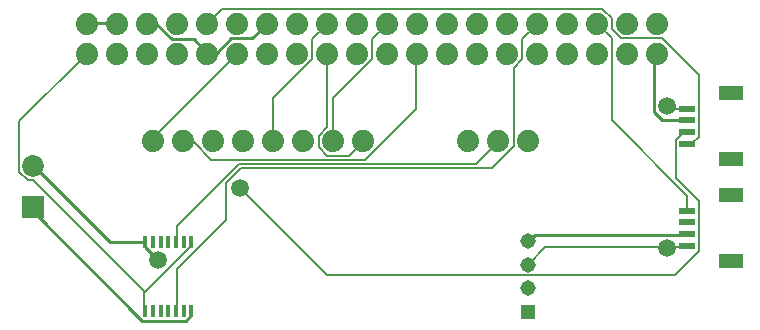
<source format=gbr>
G04 EAGLE Gerber RS-274X export*
G75*
%MOMM*%
%FSLAX34Y34*%
%LPD*%
%INTop Copper*%
%IPPOS*%
%AMOC8*
5,1,8,0,0,1.08239X$1,22.5*%
G01*
%ADD10C,1.879600*%
%ADD11R,2.000000X1.200000*%
%ADD12R,1.350000X0.600000*%
%ADD13R,1.308000X1.308000*%
%ADD14C,1.308000*%
%ADD15R,1.850000X1.850000*%
%ADD16C,1.850000*%
%ADD17R,0.304800X0.990600*%
%ADD18C,0.203200*%
%ADD19C,1.500000*%
%ADD20C,0.254000*%


D10*
X591566Y594868D03*
X616966Y594868D03*
X642366Y594868D03*
X667766Y594868D03*
X693166Y594868D03*
X718566Y594868D03*
X743966Y594868D03*
X769366Y594868D03*
X794766Y594868D03*
X820166Y594868D03*
X845566Y594868D03*
X870966Y594868D03*
X896366Y594868D03*
X896366Y620268D03*
X870966Y620268D03*
X845566Y620268D03*
X820166Y620268D03*
X794766Y620268D03*
X769366Y620268D03*
X743966Y620268D03*
X718566Y620268D03*
X693166Y620268D03*
X667766Y620268D03*
X642366Y620268D03*
X616966Y620268D03*
X591566Y620268D03*
X921766Y594868D03*
X921766Y620268D03*
X947166Y594868D03*
X947166Y620268D03*
X972566Y594868D03*
X972566Y620268D03*
X997966Y594868D03*
X997966Y620268D03*
X1023366Y594868D03*
X1023366Y620268D03*
X1048766Y594868D03*
X1048766Y620268D03*
X1074166Y594868D03*
X1074166Y620268D03*
D11*
X1136570Y505400D03*
X1136570Y561400D03*
D12*
X1099820Y518400D03*
X1099820Y528400D03*
X1099820Y538400D03*
X1099820Y548400D03*
D11*
X1136570Y419040D03*
X1136570Y475040D03*
D12*
X1099820Y432040D03*
X1099820Y442040D03*
X1099820Y452040D03*
X1099820Y462040D03*
D13*
X965200Y376400D03*
D14*
X965200Y396400D03*
X965200Y416400D03*
X965200Y436400D03*
D15*
X546100Y465100D03*
D16*
X546100Y500100D03*
D17*
X640900Y377222D03*
X647400Y377222D03*
X653900Y377222D03*
X660400Y377222D03*
X666900Y377222D03*
X673400Y377222D03*
X679900Y377222D03*
X679900Y435578D03*
X673400Y435578D03*
X666900Y435578D03*
X660400Y435578D03*
X653900Y435578D03*
X647400Y435578D03*
X640900Y435578D03*
D10*
X647700Y520700D03*
X673100Y520700D03*
X698500Y520700D03*
X723900Y520700D03*
X749300Y520700D03*
X774700Y520700D03*
X800100Y520700D03*
X825500Y520700D03*
X914400Y520700D03*
X939800Y520700D03*
X965200Y520700D03*
D18*
X979678Y431165D02*
X1082802Y431165D01*
X1099693Y431165D01*
X979678Y431165D02*
X965454Y416941D01*
X1099693Y431165D02*
X1099820Y432040D01*
X965454Y416941D02*
X965200Y416400D01*
X1084580Y548513D02*
X1099693Y548513D01*
X1084580Y548513D02*
X1082802Y550291D01*
X1099693Y548513D02*
X1099820Y548400D01*
X1082802Y431165D02*
X1082802Y430276D01*
X794766Y532511D02*
X794766Y594868D01*
X794766Y532511D02*
X787654Y525399D01*
X787654Y515620D01*
X794766Y508508D01*
X813435Y508508D01*
X824992Y520065D01*
X825500Y520700D01*
X640080Y393827D02*
X640080Y392938D01*
X640080Y377825D01*
X640080Y393827D02*
X545846Y488061D01*
X541401Y488061D01*
X534289Y495173D01*
X534289Y537845D01*
X591185Y594741D01*
X640080Y377825D02*
X640900Y377222D01*
X591185Y594741D02*
X591566Y594868D01*
D19*
X1082802Y550291D03*
X1082802Y430276D03*
D18*
X679196Y431165D02*
X679196Y434721D01*
X679196Y431165D02*
X640969Y392938D01*
X679196Y434721D02*
X679900Y435578D01*
X640969Y392938D02*
X640080Y392938D01*
D20*
X970788Y441833D02*
X1099693Y441833D01*
X970788Y441833D02*
X965454Y436499D01*
X1099693Y441833D02*
X1099820Y442040D01*
X965454Y436499D02*
X965200Y436400D01*
X679196Y376936D02*
X679196Y372491D01*
X675640Y368935D01*
X638302Y368935D01*
X546735Y460502D01*
X546735Y464947D01*
X679196Y376936D02*
X679900Y377222D01*
X546735Y464947D02*
X546100Y465100D01*
X693420Y595630D02*
X701421Y595630D01*
X713867Y608076D01*
X731647Y608076D01*
X743204Y619633D01*
X693420Y595630D02*
X693166Y594868D01*
X743204Y619633D02*
X743966Y620268D01*
X650748Y619633D02*
X642747Y619633D01*
X650748Y619633D02*
X663194Y607187D01*
X681863Y607187D01*
X692531Y596519D01*
X642747Y619633D02*
X642366Y620268D01*
X692531Y596519D02*
X693166Y594868D01*
X1078357Y538734D02*
X1099693Y538734D01*
X1078357Y538734D02*
X1071245Y545846D01*
X1071245Y592074D01*
X1073912Y594741D01*
X1099693Y538734D02*
X1099820Y538400D01*
X1073912Y594741D02*
X1074166Y594868D01*
X616966Y620522D02*
X592074Y620522D01*
X591566Y620268D01*
X616966Y620268D02*
X616966Y620522D01*
X610743Y435610D02*
X640080Y435610D01*
X610743Y435610D02*
X546735Y499618D01*
X640080Y435610D02*
X640900Y435578D01*
X546735Y499618D02*
X546100Y500100D01*
X640969Y431165D02*
X651637Y420497D01*
X640969Y431165D02*
X640969Y434721D01*
X640900Y435578D01*
D19*
X651637Y420497D03*
D18*
X667639Y412496D02*
X667639Y377825D01*
X667639Y412496D02*
X709422Y454279D01*
X709422Y485394D01*
X721868Y497840D01*
X934339Y497840D01*
X953008Y516509D01*
X953008Y583184D01*
X960120Y590296D01*
X960120Y607187D01*
X972566Y619633D01*
X667639Y377825D02*
X666900Y377222D01*
X972566Y619633D02*
X972566Y620268D01*
X667639Y448945D02*
X667639Y435610D01*
X667639Y448945D02*
X720090Y501396D01*
X921004Y501396D01*
X939673Y520065D01*
X667639Y435610D02*
X666900Y435578D01*
X939673Y520065D02*
X939800Y520700D01*
X800100Y520700D02*
X800100Y557403D01*
X832993Y590296D01*
X832993Y607187D01*
X845439Y619633D01*
X845566Y620268D01*
X749427Y557403D02*
X749427Y520954D01*
X749427Y557403D02*
X782320Y590296D01*
X782320Y607187D01*
X794766Y619633D01*
X749427Y520954D02*
X749300Y520700D01*
X794766Y619633D02*
X794766Y620268D01*
X681863Y520065D02*
X673862Y520065D01*
X681863Y520065D02*
X696976Y504952D01*
X826770Y504952D01*
X870331Y548513D01*
X870331Y594741D01*
X673862Y520065D02*
X673100Y520700D01*
X870331Y594741D02*
X870966Y594868D01*
X648081Y524510D02*
X648081Y520954D01*
X648081Y524510D02*
X718312Y594741D01*
X648081Y520954D02*
X647700Y520700D01*
X718312Y594741D02*
X718566Y594868D01*
X1100582Y519176D02*
X1104138Y519176D01*
X1109472Y524510D01*
X1109472Y576961D01*
X1078357Y608076D01*
X1043686Y608076D01*
X1035685Y616077D01*
X1035685Y624967D01*
X1027684Y632968D01*
X705866Y632968D01*
X693166Y620268D01*
X1099820Y518400D02*
X1100582Y519176D01*
X1099693Y528066D02*
X1096137Y528066D01*
X1089914Y521843D01*
X1089914Y489839D01*
X1109472Y470281D01*
X1109472Y427609D01*
X1089025Y407162D01*
X794766Y407162D01*
X720979Y480949D01*
X1099693Y528066D02*
X1099820Y528400D01*
D19*
X720979Y480949D03*
D18*
X1099693Y474726D02*
X1099693Y462280D01*
X1099693Y474726D02*
X1035685Y538734D01*
X1035685Y608076D01*
X1024128Y619633D01*
X1099693Y462280D02*
X1099820Y462040D01*
X1024128Y619633D02*
X1023366Y620268D01*
M02*

</source>
